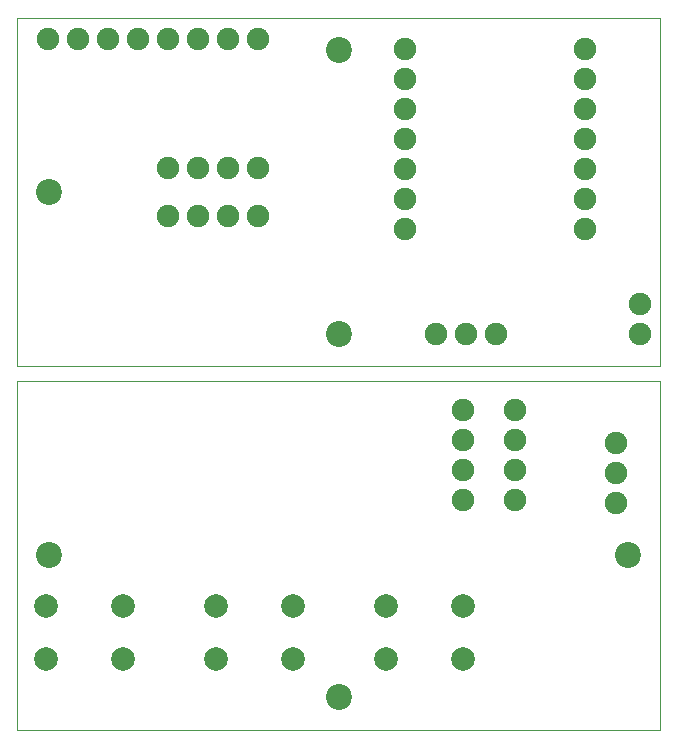
<source format=gbr>
%TF.GenerationSoftware,KiCad,Pcbnew,(5.1.9)-1*%
%TF.CreationDate,2021-03-22T13:16:07-04:00*%
%TF.ProjectId,BitDisplay,42697444-6973-4706-9c61-792e6b696361,rev?*%
%TF.SameCoordinates,Original*%
%TF.FileFunction,Soldermask,Bot*%
%TF.FilePolarity,Negative*%
%FSLAX46Y46*%
G04 Gerber Fmt 4.6, Leading zero omitted, Abs format (unit mm)*
G04 Created by KiCad (PCBNEW (5.1.9)-1) date 2021-03-22 13:16:07*
%MOMM*%
%LPD*%
G01*
G04 APERTURE LIST*
%TA.AperFunction,Profile*%
%ADD10C,0.100000*%
%TD*%
%ADD11C,1.900000*%
%ADD12C,2.200000*%
%ADD13C,2.000000*%
G04 APERTURE END LIST*
D10*
X100250000Y-110500000D02*
X100250000Y-81000000D01*
X154750000Y-110500000D02*
X100250000Y-110500000D01*
X154750000Y-81000000D02*
X154750000Y-110500000D01*
X100250000Y-81000000D02*
X154750000Y-81000000D01*
X154750000Y-79750000D02*
X154750000Y-50250000D01*
X100250000Y-79750000D02*
X100250000Y-50250000D01*
X100250000Y-79750000D02*
X154750000Y-79750000D01*
X100250000Y-50250000D02*
X154750000Y-50250000D01*
X100250000Y-110500000D02*
X100250000Y-81000000D01*
X154750000Y-110500000D02*
X100250000Y-110500000D01*
X154750000Y-81000000D02*
X154750000Y-110500000D01*
X100250000Y-81000000D02*
X154750000Y-81000000D01*
X154750000Y-79750000D02*
X154750000Y-50250000D01*
X100250000Y-79750000D02*
X100250000Y-50250000D01*
X100250000Y-79750000D02*
X154750000Y-79750000D01*
X100250000Y-50250000D02*
X154750000Y-50250000D01*
D11*
%TO.C,C3*%
X142480000Y-91060000D03*
X142480000Y-88520000D03*
X142480000Y-85980000D03*
X142480000Y-83440000D03*
%TD*%
D12*
%TO.C,REF\u002A\u002A*%
X127500000Y-53000000D03*
%TD*%
%TO.C,REF\u002A\u002A*%
X103000000Y-95750000D03*
%TD*%
%TO.C,REF\u002A\u002A*%
X127500000Y-107750000D03*
%TD*%
%TO.C,REF\u002A\u002A*%
X152000000Y-95750000D03*
%TD*%
%TO.C,REF\u002A\u002A*%
X127500000Y-77000000D03*
%TD*%
%TO.C,REF\u002A\u002A*%
X103000000Y-65000000D03*
%TD*%
D11*
%TO.C,DS0*%
X138000000Y-85980000D03*
X138000000Y-83440000D03*
X138000000Y-91060000D03*
X138000000Y-88520000D03*
%TD*%
%TO.C,JP1*%
X151000000Y-91330000D03*
X151000000Y-88790000D03*
X151000000Y-86250000D03*
%TD*%
%TO.C,C3*%
X110540000Y-52000000D03*
X108000000Y-52000000D03*
X105460000Y-52000000D03*
X102920000Y-52000000D03*
%TD*%
%TO.C,C2*%
X120640000Y-62950000D03*
X118100000Y-62950000D03*
X115560000Y-62950000D03*
X113020000Y-62950000D03*
%TD*%
%TO.C,C2*%
X120640000Y-67050000D03*
X118100000Y-67050000D03*
X115560000Y-67050000D03*
X113020000Y-67050000D03*
%TD*%
%TO.C,JP0*%
X140790000Y-77000000D03*
X138250000Y-77000000D03*
X135710000Y-77000000D03*
%TD*%
%TO.C,A0*%
X133130000Y-52880000D03*
X133130000Y-55420000D03*
X133130000Y-57960000D03*
X133130000Y-60500000D03*
X133130000Y-63040000D03*
X133130000Y-65580000D03*
X133130000Y-68120000D03*
X148370000Y-52880000D03*
X148370000Y-55420000D03*
X148370000Y-57960000D03*
X148370000Y-60500000D03*
X148370000Y-63040000D03*
X148370000Y-65580000D03*
X148370000Y-68120000D03*
%TD*%
%TO.C,J0*%
X153000000Y-74500000D03*
X153000000Y-77040000D03*
%TD*%
%TO.C,J2*%
X113080000Y-52000000D03*
X115620000Y-52000000D03*
X118160000Y-52000000D03*
X120700000Y-52000000D03*
%TD*%
D13*
%TO.C,SW0*%
X109250000Y-100000000D03*
X109250000Y-104500000D03*
X102750000Y-100000000D03*
X102750000Y-104500000D03*
%TD*%
%TO.C,SW1*%
X131500000Y-104500000D03*
X131500000Y-100000000D03*
X138000000Y-104500000D03*
X138000000Y-100000000D03*
%TD*%
%TO.C,SW2*%
X123625000Y-100000000D03*
X123625000Y-104500000D03*
X117125000Y-100000000D03*
X117125000Y-104500000D03*
%TD*%
M02*

</source>
